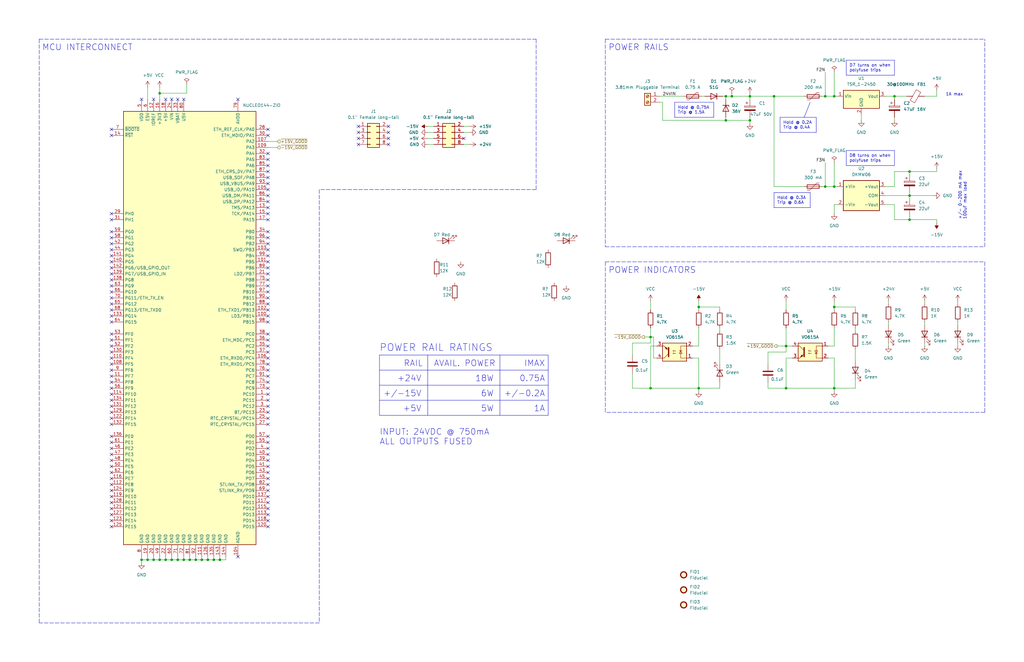
<source format=kicad_sch>
(kicad_sch (version 20211123) (generator eeschema)
  (paper "USLedger")
  (title_block (title "NISoC Readout 1 Power Board") (date "2022-07-27") (rev "1.1") (company "University of Dallas") (comment 1 "Drawn By: Aidan Medcalf"))
  (junction (at 383.54 82.55))
  (junction (at 90.17 236.22))
  (junction (at 308.61 40.64))
  (junction (at 306.07 50.8))
  (junction (at 80.01 236.22))
  (junction (at 59.69 236.22))
  (junction (at 274.32 163.83))
  (junction (at 87.63 236.22))
  (junction (at 77.47 236.22))
  (junction (at 316.23 40.64))
  (junction (at 92.71 236.22))
  (junction (at 294.64 163.83))
  (junction (at 82.55 236.22))
  (junction (at 64.77 236.22))
  (junction (at 351.79 163.83))
  (junction (at 331.47 146.05))
  (junction (at 347.98 40.64))
  (junction (at 351.79 40.64))
  (junction (at 69.85 236.22))
  (junction (at 331.47 163.83))
  (junction (at 85.09 236.22))
  (junction (at 62.23 236.22))
  (junction (at 383.54 92.71))
  (junction (at 351.79 78.74))
  (junction (at 294.64 129.54))
  (junction (at 326.39 40.64))
  (junction (at 383.54 72.39))
  (junction (at 67.31 236.22))
  (junction (at 316.23 50.8))
  (junction (at 74.93 236.22))
  (junction (at 351.79 129.54))
  (junction (at 274.32 142.24))
  (junction (at 347.98 78.74))
  (junction (at 306.07 40.64))
  (junction (at 377.19 40.64))
  (junction (at 72.39 236.22))
  (junction (at 67.31 39.37))
  (no_connect (at 46.99 113.03))
  (no_connect (at 113.03 133.35))
  (no_connect (at 100.33 234.95))
  (no_connect (at 113.03 207.01))
  (no_connect (at 46.99 133.35))
  (no_connect (at 113.03 201.93))
  (no_connect (at 113.03 77.47))
  (no_connect (at 46.99 173.99))
  (no_connect (at 113.03 92.71))
  (no_connect (at 113.03 120.65))
  (no_connect (at 46.99 189.23))
  (no_connect (at 113.03 135.89))
  (no_connect (at 46.99 90.17))
  (no_connect (at 46.99 92.71))
  (no_connect (at 46.99 97.79))
  (no_connect (at 46.99 176.53))
  (no_connect (at 46.99 143.51))
  (no_connect (at 113.03 110.49))
  (no_connect (at 113.03 97.79))
  (no_connect (at 46.99 168.91))
  (no_connect (at 113.03 176.53))
  (no_connect (at 113.03 163.83))
  (no_connect (at 163.83 53.34))
  (no_connect (at 113.03 156.21))
  (no_connect (at 46.99 219.71))
  (no_connect (at 46.99 209.55))
  (no_connect (at 151.13 58.42))
  (no_connect (at 113.03 140.97))
  (no_connect (at 113.03 161.29))
  (no_connect (at 46.99 128.27))
  (no_connect (at 113.03 113.03))
  (no_connect (at 46.99 110.49))
  (no_connect (at 113.03 217.17))
  (no_connect (at 113.03 146.05))
  (no_connect (at 113.03 100.33))
  (no_connect (at 113.03 199.39))
  (no_connect (at 46.99 161.29))
  (no_connect (at 46.99 204.47))
  (no_connect (at 46.99 130.81))
  (no_connect (at 113.03 107.95))
  (no_connect (at 113.03 166.37))
  (no_connect (at 46.99 214.63))
  (no_connect (at 46.99 135.89))
  (no_connect (at 113.03 74.93))
  (no_connect (at 69.85 41.91))
  (no_connect (at 113.03 214.63))
  (no_connect (at 113.03 171.45))
  (no_connect (at 151.13 60.96))
  (no_connect (at 46.99 156.21))
  (no_connect (at 46.99 179.07))
  (no_connect (at 113.03 80.01))
  (no_connect (at 46.99 171.45))
  (no_connect (at 113.03 189.23))
  (no_connect (at 113.03 153.67))
  (no_connect (at 46.99 222.25))
  (no_connect (at 163.83 58.42))
  (no_connect (at 113.03 130.81))
  (no_connect (at 113.03 90.17))
  (no_connect (at 113.03 87.63))
  (no_connect (at 113.03 64.77))
  (no_connect (at 113.03 54.61))
  (no_connect (at 113.03 57.15))
  (no_connect (at 46.99 105.41))
  (no_connect (at 113.03 105.41))
  (no_connect (at 46.99 102.87))
  (no_connect (at 46.99 191.77))
  (no_connect (at 113.03 168.91))
  (no_connect (at 46.99 151.13))
  (no_connect (at 113.03 102.87))
  (no_connect (at 46.99 146.05))
  (no_connect (at 46.99 207.01))
  (no_connect (at 46.99 212.09))
  (no_connect (at 59.69 41.91))
  (no_connect (at 64.77 41.91))
  (no_connect (at 74.93 41.91))
  (no_connect (at 72.39 41.91))
  (no_connect (at 113.03 179.07))
  (no_connect (at 113.03 143.51))
  (no_connect (at 46.99 166.37))
  (no_connect (at 46.99 120.65))
  (no_connect (at 113.03 209.55))
  (no_connect (at 113.03 222.25))
  (no_connect (at 113.03 186.69))
  (no_connect (at 113.03 85.09))
  (no_connect (at 113.03 196.85))
  (no_connect (at 113.03 184.15))
  (no_connect (at 46.99 115.57))
  (no_connect (at 113.03 128.27))
  (no_connect (at 113.03 125.73))
  (no_connect (at 113.03 191.77))
  (no_connect (at 113.03 82.55))
  (no_connect (at 113.03 219.71))
  (no_connect (at 113.03 67.31))
  (no_connect (at 46.99 196.85))
  (no_connect (at 46.99 199.39))
  (no_connect (at 113.03 72.39))
  (no_connect (at 46.99 54.61))
  (no_connect (at 46.99 57.15))
  (no_connect (at 100.33 41.91))
  (no_connect (at 46.99 186.69))
  (no_connect (at 46.99 153.67))
  (no_connect (at 46.99 217.17))
  (no_connect (at 113.03 158.75))
  (no_connect (at 46.99 123.19))
  (no_connect (at 46.99 184.15))
  (no_connect (at 163.83 60.96))
  (no_connect (at 113.03 123.19))
  (no_connect (at 163.83 55.88))
  (no_connect (at 46.99 158.75))
  (no_connect (at 113.03 69.85))
  (no_connect (at 113.03 212.09))
  (no_connect (at 151.13 55.88))
  (no_connect (at 77.47 41.91))
  (no_connect (at 113.03 151.13))
  (no_connect (at 46.99 140.97))
  (no_connect (at 151.13 53.34))
  (no_connect (at 46.99 194.31))
  (no_connect (at 46.99 118.11))
  (no_connect (at 113.03 194.31))
  (no_connect (at 113.03 204.47))
  (no_connect (at 195.58 58.42))
  (no_connect (at 113.03 148.59))
  (no_connect (at 113.03 118.11))
  (no_connect (at 46.99 100.33))
  (no_connect (at 46.99 148.59))
  (no_connect (at 113.03 173.99))
  (no_connect (at 46.99 125.73))
  (no_connect (at 46.99 201.93))
  (no_connect (at 46.99 163.83))
  (no_connect (at 46.99 107.95))
  (no_connect (at 113.03 115.57))
  (wire (pts (xy 195.58 60.96) (xy 198.12 60.96)))
  (wire (pts (xy 383.54 82.55) (xy 383.54 83.82)))
  (polyline (pts (xy 377.19 25.4) (xy 377.19 31.75)) (stroke (width 0) (type solid)))
  (wire (pts (xy 389.89 127) (xy 389.89 128.27)))
  (wire (pts (xy 316.23 40.64) (xy 316.23 39.37)))
  (wire (pts (xy 326.39 78.74) (xy 339.09 78.74)))
  (wire (pts (xy 92.71 234.95) (xy 92.71 236.22)))
  (wire (pts (xy 87.63 236.22) (xy 90.17 236.22)))
  (wire (pts (xy 303.53 161.29) (xy 303.53 163.83)))
  (wire (pts (xy 308.61 39.37) (xy 308.61 40.64)))
  (wire (pts (xy 72.39 234.95) (xy 72.39 236.22)))
  (wire (pts (xy 351.79 86.36) (xy 351.79 90.17)))
  (wire (pts (xy 351.79 40.64) (xy 353.06 40.64)))
  (wire (pts (xy 274.32 138.43) (xy 274.32 142.24)))
  (wire (pts (xy 363.22 48.26) (xy 363.22 50.8)))
  (wire (pts (xy 62.23 36.83) (xy 62.23 41.91)))
  (wire (pts (xy 360.68 129.54) (xy 360.68 130.81)))
  (wire (pts (xy 294.64 151.13) (xy 294.64 163.83)))
  (polyline (pts (xy 16.51 16.51) (xy 16.51 262.89)))
  (polyline (pts (xy 134.62 262.89) (xy 16.51 262.89)))
  (wire (pts (xy 389.89 40.64) (xy 394.97 40.64)))
  (polyline (pts (xy 377.19 69.85) (xy 356.87 69.85)) (stroke (width 0) (type solid)))
  (wire (pts (xy 377.19 78.74) (xy 377.19 72.39)))
  (wire (pts (xy 80.01 234.95) (xy 80.01 236.22)))
  (wire (pts (xy 67.31 39.37) (xy 67.31 41.91)))
  (wire (pts (xy 360.68 147.32) (xy 360.68 152.4)))
  (wire (pts (xy 266.7 163.83) (xy 274.32 163.83)))
  (polyline (pts (xy 16.51 16.51) (xy 226.06 16.51)))
  (wire (pts (xy 360.68 138.43) (xy 360.68 139.7)))
  (wire (pts (xy 403.86 144.78) (xy 403.86 146.05)))
  (polyline (pts (xy 255.27 104.14) (xy 415.29 104.14)))
  (wire (pts (xy 374.65 144.78) (xy 374.65 146.05)))
  (wire (pts (xy 351.79 129.54) (xy 360.68 129.54)))
  (polyline (pts (xy 210.82 149.86) (xy 210.82 175.26)) (stroke (width 0) (type solid)))
  (polyline (pts (xy 344.17 49.53) (xy 344.17 55.88)) (stroke (width 0) (type solid)))
  (wire (pts (xy 394.97 40.64) (xy 394.97 38.1)))
  (wire (pts (xy 403.86 127) (xy 403.86 128.27)))
  (wire (pts (xy 82.55 236.22) (xy 85.09 236.22)))
  (wire (pts (xy 353.06 86.36) (xy 351.79 86.36)))
  (wire (pts (xy 331.47 163.83) (xy 331.47 151.13)))
  (wire (pts (xy 351.79 151.13) (xy 351.79 163.83)))
  (wire (pts (xy 351.79 129.54) (xy 351.79 130.81)))
  (wire (pts (xy 383.54 92.71) (xy 394.97 92.71)))
  (wire (pts (xy 383.54 92.71) (xy 383.54 91.44)))
  (wire (pts (xy 274.32 144.78) (xy 274.32 142.24)))
  (wire (pts (xy 331.47 146.05) (xy 334.01 146.05)))
  (wire (pts (xy 77.47 236.22) (xy 80.01 236.22)))
  (wire (pts (xy 276.86 146.05) (xy 274.32 146.05)))
  (wire (pts (xy 59.69 234.95) (xy 59.69 236.22)))
  (polyline (pts (xy 255.27 110.49) (xy 255.27 173.99)))
  (wire (pts (xy 331.47 138.43) (xy 331.47 146.05)))
  (wire (pts (xy 180.34 60.96) (xy 182.88 60.96)))
  (wire (pts (xy 374.65 127) (xy 374.65 128.27)))
  (polyline (pts (xy 160.02 175.26) (xy 231.14 175.26)) (stroke (width 0) (type solid)))
  (wire (pts (xy 72.39 236.22) (xy 74.93 236.22)))
  (wire (pts (xy 349.25 151.13) (xy 351.79 151.13)))
  (wire (pts (xy 347.98 78.74) (xy 346.71 78.74)))
  (wire (pts (xy 69.85 236.22) (xy 72.39 236.22)))
  (polyline (pts (xy 344.17 55.88) (xy 328.93 55.88)) (stroke (width 0) (type solid)))
  (polyline (pts (xy 300.99 43.18) (xy 300.99 49.53)) (stroke (width 0) (type solid)))
  (wire (pts (xy 346.71 40.64) (xy 347.98 40.64)))
  (wire (pts (xy 374.65 135.89) (xy 374.65 137.16)))
  (wire (pts (xy 67.31 236.22) (xy 69.85 236.22)))
  (wire (pts (xy 351.79 163.83) (xy 351.79 165.1)))
  (wire (pts (xy 303.53 129.54) (xy 303.53 130.81)))
  (wire (pts (xy 349.25 146.05) (xy 351.79 146.05)))
  (polyline (pts (xy 415.29 104.14) (xy 415.29 16.51)))
  (wire (pts (xy 306.07 50.8) (xy 316.23 50.8)))
  (wire (pts (xy 373.38 40.64) (xy 377.19 40.64)))
  (wire (pts (xy 92.71 236.22) (xy 95.25 236.22)))
  (polyline (pts (xy 356.87 25.4) (xy 356.87 31.75)) (stroke (width 0) (type solid)))
  (wire (pts (xy 394.97 72.39) (xy 394.97 71.12)))
  (wire (pts (xy 303.53 138.43) (xy 303.53 139.7)))
  (wire (pts (xy 77.47 234.95) (xy 77.47 236.22)))
  (wire (pts (xy 59.69 236.22) (xy 59.69 237.49)))
  (wire (pts (xy 383.54 72.39) (xy 394.97 72.39)))
  (polyline (pts (xy 231.14 149.86) (xy 231.14 175.26)) (stroke (width 0) (type solid)))
  (wire (pts (xy 323.85 148.59) (xy 331.47 148.59)))
  (wire (pts (xy 377.19 40.64) (xy 382.27 40.64)))
  (wire (pts (xy 195.58 53.34) (xy 198.12 53.34)))
  (wire (pts (xy 377.19 86.36) (xy 377.19 92.71)))
  (wire (pts (xy 195.58 55.88) (xy 198.12 55.88)))
  (wire (pts (xy 82.55 234.95) (xy 82.55 236.22)))
  (wire (pts (xy 294.64 138.43) (xy 294.64 146.05)))
  (wire (pts (xy 373.38 78.74) (xy 377.19 78.74)))
  (wire (pts (xy 274.32 127) (xy 274.32 130.81)))
  (polyline (pts (xy 341.63 81.28) (xy 341.63 87.63)) (stroke (width 0) (type solid)))
  (wire (pts (xy 90.17 234.95) (xy 90.17 236.22)))
  (wire (pts (xy 351.79 78.74) (xy 347.98 78.74)))
  (polyline (pts (xy 160.02 168.91) (xy 231.14 168.91)) (stroke (width 0) (type solid)))
  (polyline (pts (xy 284.48 43.18) (xy 284.48 49.53)) (stroke (width 0) (type solid)))
  (wire (pts (xy 275.59 142.24) (xy 274.32 142.24)))
  (wire (pts (xy 294.64 129.54) (xy 303.53 129.54)))
  (wire (pts (xy 180.34 58.42) (xy 182.88 58.42)))
  (wire (pts (xy 377.19 40.64) (xy 377.19 41.91)))
  (wire (pts (xy 274.32 146.05) (xy 274.32 163.83)))
  (wire (pts (xy 292.1 146.05) (xy 294.64 146.05)))
  (polyline (pts (xy 255.27 16.51) (xy 415.29 16.51)))
  (wire (pts (xy 377.19 72.39) (xy 383.54 72.39)))
  (wire (pts (xy 394.97 92.71) (xy 394.97 93.98)))
  (polyline (pts (xy 180.34 149.86) (xy 180.34 175.26)) (stroke (width 0) (type solid)))
  (wire (pts (xy 113.03 59.69) (xy 116.84 59.69)))
  (polyline (pts (xy 356.87 63.5) (xy 377.19 63.5)) (stroke (width 0) (type solid)))
  (wire (pts (xy 306.07 49.53) (xy 306.07 50.8)))
  (wire (pts (xy 347.98 68.58) (xy 347.98 78.74)))
  (wire (pts (xy 180.34 55.88) (xy 182.88 55.88)))
  (polyline (pts (xy 328.93 49.53) (xy 339.09 49.53)) (stroke (width 0) (type solid)))
  (wire (pts (xy 64.77 236.22) (xy 67.31 236.22)))
  (wire (pts (xy 316.23 40.64) (xy 326.39 40.64)))
  (wire (pts (xy 67.31 234.95) (xy 67.31 236.22)))
  (wire (pts (xy 303.53 147.32) (xy 303.53 153.67)))
  (wire (pts (xy 113.03 62.23) (xy 116.84 62.23)))
  (wire (pts (xy 266.7 157.48) (xy 266.7 163.83)))
  (polyline (pts (xy 377.19 63.5) (xy 377.19 69.85)) (stroke (width 0) (type solid)))
  (wire (pts (xy 306.07 50.8) (xy 279.4 50.8)))
  (wire (pts (xy 323.85 161.29) (xy 323.85 163.83)))
  (polyline (pts (xy 341.63 87.63) (xy 326.39 87.63)) (stroke (width 0) (type solid)))
  (wire (pts (xy 316.23 50.8) (xy 316.23 52.07)))
  (polyline (pts (xy 356.87 25.4) (xy 377.19 25.4)) (stroke (width 0) (type solid)))
  (wire (pts (xy 331.47 148.59) (xy 331.47 146.05)))
  (wire (pts (xy 377.19 92.71) (xy 383.54 92.71)))
  (wire (pts (xy 85.09 234.95) (xy 85.09 236.22)))
  (wire (pts (xy 323.85 163.83) (xy 331.47 163.83)))
  (polyline (pts (xy 134.62 80.01) (xy 134.62 262.89)))
  (wire (pts (xy 326.39 40.64) (xy 339.09 40.64)))
  (wire (pts (xy 275.59 151.13) (xy 275.59 142.24)))
  (polyline (pts (xy 326.39 81.28) (xy 326.39 87.63)) (stroke (width 0) (type solid)))
  (wire (pts (xy 353.06 78.74) (xy 351.79 78.74)))
  (wire (pts (xy 351.79 163.83) (xy 360.68 163.83)))
  (wire (pts (xy 67.31 39.37) (xy 78.74 39.37)))
  (wire (pts (xy 327.66 146.05) (xy 331.47 146.05)))
  (wire (pts (xy 308.61 40.64) (xy 316.23 40.64)))
  (wire (pts (xy 64.77 234.95) (xy 64.77 236.22)))
  (wire (pts (xy 351.79 68.58) (xy 351.79 78.74)))
  (wire (pts (xy 351.79 127) (xy 351.79 129.54)))
  (wire (pts (xy 266.7 149.86) (xy 266.7 144.78)))
  (wire (pts (xy 59.69 236.22) (xy 62.23 236.22)))
  (wire (pts (xy 351.79 30.48) (xy 351.79 40.64)))
  (wire (pts (xy 347.98 40.64) (xy 351.79 40.64)))
  (wire (pts (xy 74.93 234.95) (xy 74.93 236.22)))
  (wire (pts (xy 331.47 151.13) (xy 334.01 151.13)))
  (polyline (pts (xy 255.27 110.49) (xy 415.29 110.49)))
  (polyline (pts (xy 160.02 149.86) (xy 231.14 149.86)) (stroke (width 0) (type solid)))
  (wire (pts (xy 278.13 40.64) (xy 288.29 40.64)))
  (wire (pts (xy 351.79 138.43) (xy 351.79 146.05)))
  (wire (pts (xy 316.23 40.64) (xy 316.23 41.91)))
  (wire (pts (xy 347.98 30.48) (xy 347.98 40.64)))
  (wire (pts (xy 383.54 82.55) (xy 393.7 82.55)))
  (polyline (pts (xy 339.09 49.53) (xy 344.17 49.53)) (stroke (width 0) (type solid)))
  (wire (pts (xy 295.91 40.64) (xy 297.18 40.64)))
  (polyline (pts (xy 226.06 80.01) (xy 134.62 80.01)))
  (wire (pts (xy 294.64 129.54) (xy 294.64 130.81)))
  (polyline (pts (xy 226.06 16.51) (xy 226.06 80.01)))
  (wire (pts (xy 180.34 53.34) (xy 182.88 53.34)))
  (wire (pts (xy 271.78 142.24) (xy 274.32 142.24)))
  (wire (pts (xy 331.47 163.83) (xy 351.79 163.83)))
  (wire (pts (xy 67.31 36.83) (xy 67.31 39.37)))
  (wire (pts (xy 274.32 163.83) (xy 294.64 163.83)))
  (wire (pts (xy 80.01 236.22) (xy 82.55 236.22)))
  (wire (pts (xy 276.86 151.13) (xy 275.59 151.13)))
  (wire (pts (xy 85.09 236.22) (xy 87.63 236.22)))
  (polyline (pts (xy 377.19 31.75) (xy 356.87 31.75)) (stroke (width 0) (type solid)))
  (wire (pts (xy 292.1 151.13) (xy 294.64 151.13)))
  (polyline (pts (xy 356.87 63.5) (xy 356.87 69.85)) (stroke (width 0) (type solid)))
  (wire (pts (xy 360.68 160.02) (xy 360.68 163.83)))
  (wire (pts (xy 294.64 163.83) (xy 294.64 165.1)))
  (wire (pts (xy 373.38 82.55) (xy 383.54 82.55)))
  (wire (pts (xy 389.89 144.78) (xy 389.89 146.05)))
  (wire (pts (xy 403.86 135.89) (xy 403.86 137.16)))
  (wire (pts (xy 306.07 40.64) (xy 306.07 41.91)))
  (wire (pts (xy 389.89 135.89) (xy 389.89 137.16)))
  (wire (pts (xy 306.07 40.64) (xy 308.61 40.64)))
  (polyline (pts (xy 326.39 81.28) (xy 341.63 81.28)) (stroke (width 0) (type solid)))
  (wire (pts (xy 95.25 236.22) (xy 95.25 234.95)))
  (wire (pts (xy 90.17 236.22) (xy 92.71 236.22)))
  (polyline (pts (xy 415.29 110.49) (xy 415.29 173.99)))
  (wire (pts (xy 62.23 236.22) (xy 64.77 236.22)))
  (wire (pts (xy 323.85 153.67) (xy 323.85 148.59)))
  (polyline (pts (xy 415.29 173.99) (xy 255.27 173.99)))
  (wire (pts (xy 87.63 234.95) (xy 87.63 236.22)))
  (polyline (pts (xy 328.93 55.88) (xy 328.93 49.53)) (stroke (width 0) (type solid)))
  (polyline (pts (xy 160.02 149.86) (xy 160.02 175.26)) (stroke (width 0) (type solid)))
  (wire (pts (xy 331.47 127) (xy 331.47 130.81)))
  (wire (pts (xy 278.13 43.18) (xy 279.4 43.18)))
  (wire (pts (xy 279.4 43.18) (xy 279.4 50.8)))
  (wire (pts (xy 62.23 236.22) (xy 62.23 234.95)))
  (polyline (pts (xy 284.48 43.18) (xy 300.99 43.18)) (stroke (width 0) (type solid)))
  (wire (pts (xy 373.38 86.36) (xy 377.19 86.36)))
  (wire (pts (xy 326.39 40.64) (xy 326.39 78.74)))
  (wire (pts (xy 294.64 163.83) (xy 303.53 163.83)))
  (wire (pts (xy 377.19 49.53) (xy 377.19 50.8)))
  (wire (pts (xy 266.7 144.78) (xy 274.32 144.78)))
  (wire (pts (xy 74.93 236.22) (xy 77.47 236.22)))
  (wire (pts (xy 383.54 72.39) (xy 383.54 73.66)))
  (wire (pts (xy 294.64 127) (xy 294.64 129.54)))
  (polyline (pts (xy 341.63 43.18) (xy 339.09 49.53)) (stroke (width 0) (type solid)))
  (wire (pts (xy 383.54 82.55) (xy 383.54 81.28)))
  (polyline (pts (xy 160.02 156.21) (xy 231.14 156.21)) (stroke (width 0) (type solid)))
  (polyline (pts (xy 255.27 16.51) (xy 255.27 104.14)))
  (wire (pts (xy 78.74 39.37) (xy 78.74 35.56)))
  (polyline (pts (xy 160.02 162.56) (xy 231.14 162.56)) (stroke (width 0) (type solid)))
  (wire (pts (xy 69.85 234.95) (xy 69.85 236.22)))
  (wire (pts (xy 316.23 49.53) (xy 316.23 50.8)))
  (polyline (pts (xy 300.99 49.53) (xy 284.48 49.53)) (stroke (width 0) (type solid)))
  (wire (pts (xy 304.8 40.64) (xy 306.07 40.64)))
  (text "+/- 0-200 mA max\n100uF max load" (at 407.67 92.71 90) (effects (font (size 1.27 1.27)) (justify left bottom)))
  (text "MCU INTERCONNECT" (at 17.78 21.59 0) (effects (font (size 2.54 2.54)) (justify left bottom)))
  (text "+24V" (at 177.8 161.29 180) (effects (font (size 2.54 2.54)) (justify right bottom)))
  (text "18W" (at 208.28 161.29 180) (effects (font (size 2.54 2.54)) (justify right bottom)))
  (text "D7 turns on when\npolyfuse trips" (at 358.14 30.48 0) (effects (font (size 1.27 1.27)) (justify left bottom)))
  (text "+/-15V" (at 177.8 167.64 180) (effects (font (size 2.54 2.54)) (justify right bottom)))
  (text "POWER RAIL RATINGS" (at 160.02 148.59 0) (effects (font (size 3 3)) (justify left bottom)))
  (text "POWER RAILS" (at 256.54 21.59 0) (effects (font (size 2.54 2.54)) (justify left bottom)))
  (text "6W" (at 208.28 167.64 180) (effects (font (size 2.54 2.54)) (justify right bottom)))
  (text "D8 turns on when\npolyfuse trips" (at 358.14 68.58 0) (effects (font (size 1.27 1.27)) (justify left bottom)))
  (text "+5V" (at 177.8 173.99 180) (effects (font (size 2.54 2.54)) (justify right bottom)))
  (text "0.75A" (at 229.87 161.29 180) (effects (font (size 2.54 2.54)) (justify right bottom)))
  (text "1A" (at 229.87 173.99 180) (effects (font (size 2.54 2.54)) (justify right bottom)))
  (text "+/-0.2A" (at 229.87 167.64 180) (effects (font (size 2.54 2.54)) (justify right bottom)))
  (text "RAIL" (at 170.18 154.94 0) (effects (font (size 2.54 2.54)) (justify left bottom)))
  (text "1A max" (at 398.78 40.64 0) (effects (font (size 1.27 1.27)) (justify left bottom)))
  (text "IMAX" (at 220.98 154.94 0) (effects (font (size 2.54 2.54)) (justify left bottom)))
  (text "INPUT: 24VDC @ 750mA\nALL OUTPUTS FUSED" (at 160.02 187.96 0) (effects (font (size 2.54 2.54)) (justify left bottom)))
  (text "Hold @ 0.3A\nTrip @ 0.6A" (at 327.66 86.36 0) (effects (font (size 1.27 1.27)) (justify left bottom)))
  (text "Hold @ 0.2A\nTrip @ 0.4A" (at 330.2 54.61 0) (effects (font (size 1.27 1.27)) (justify left bottom)))
  (text "POWER INDICATORS" (at 256.54 115.57 0) (effects (font (size 2.54 2.54)) (justify left bottom)))
  (text "Hold @ 0.75A\nTrip @ 1.5A" (at 285.75 48.26 0) (effects (font (size 1.27 1.27)) (justify left bottom)))
  (text "5W" (at 208.28 173.99 180) (effects (font (size 2.54 2.54)) (justify right bottom)))
  (text "AVAIL. POWER" (at 182.88 154.94 0) (effects (font (size 2.54 2.54)) (justify left bottom)))
  (label "24VIN" (at 279.4 40.64 0))
  (label "F2N" (at 347.98 30.48 180))
  (label "F3N" (at 347.98 68.58 180))
  (hierarchical_label "~{-15V_GOOD}" (shape input) (at 116.84 62.23 0))
  (hierarchical_label "~{-15V_GOOD}" (shape output) (at 271.78 142.24 180))
  (hierarchical_label "~{+15V_GOOD}" (shape input) (at 116.84 59.69 0))
  (hierarchical_label "~{+15V_GOOD}" (shape output) (at 327.66 146.05 180))
  (symbol (lib_id "Device:C_Polarized") (at 377.19 45.72 0) (unit 1)
    (property "Reference" "C2" (at 381 43.5609 0) (effects (justify left)))
    (property "Value" "47uF 16V" (at 381 46.1009 0) (effects (justify left)))
    (property "Footprint" "Capacitor_SMD:CP_Elec_5x5.3" (effects hide))
  )
  (symbol (lib_id "NISoC-Socket:DKMW06") (at 363.22 82.55 0) (unit 1)
    (property "Reference" "U2" (at 363.22 71.12 0))
    (property "Value" "DKMW06" (at 363.22 73.66 0))
    (property "Footprint" "NISoC-Socket:Converter_DCDC_Meanwell_DKMW06" (effects hide))
    (property "Datasheet" "https://www.meanwell.com/webapp/product/search.aspx?prod=DKMW06#1" (effects hide))
    (property "MFG 1" "Mean Well" (effects hide))
    (property "MPN 1" "DKMW06F-15" (effects hide))
  )
  (symbol (lib_id "power:+15V") (at 351.79 127 0) (unit 1)
    (property "Reference" "#PWR024" (effects hide))
    (property "Value" "+15V" (at 351.79 121.92 0))
  )
  (symbol (lib_id "power:VCC") (at 331.47 127 0) (unit 1)
    (property "Reference" "#PWR023" (effects hide))
    (property "Value" "VCC" (at 331.47 121.92 0))
  )
  (symbol (lib_id "Regulator_Switching:TSR_1-2450") (at 363.22 43.18 0) (unit 1)
    (property "Reference" "U1" (at 363.22 33.02 0))
    (property "Value" "TSR_1-2450" (at 363.22 35.56 0))
    (property "Footprint" "Converter_DCDC:Converter_DCDC_TRACO_TSR-1_THT" (effects hide))
    (property "Datasheet" "http://www.tracopower.com/products/tsr1.pdf" (effects hide))
    (property "MFG 1" "TRACO" (effects hide))
    (property "MPN 1" "TSR 1-2450" (effects hide))
  )
  (symbol (lib_id "Device:LED") (at 360.68 156.21 90) (unit 1)
    (property "Reference" "D4" (at 364.49 156.5274 90) (effects (justify right)))
    (property "Value" "Green" (at 364.49 159.0674 90) (effects (justify right)))
    (property "Footprint" "LED_SMD:LED_0805_2012Metric" (effects hide))
    (property "Manufacturer" "Kingbright" (effects hide))
    (property "MPN" "APT2012LZGCK" (effects hide))
  )
  (symbol (lib_id "power:GND") (at 363.22 50.8 0) (unit 1)
    (property "Reference" "#PWR05" (effects hide))
    (property "Value" "GND" (at 363.22 55.88 0))
  )
  (symbol (lib_id "Device:R") (at 294.64 134.62 180) (unit 1)
    (property "Reference" "R2" (at 297.18 133.3499 0) (effects (justify right)))
    (property "Value" "4.7K" (at 297.18 135.8899 0) (effects (justify right)))
    (property "Footprint" "Resistor_SMD:R_0805_2012Metric" (effects hide))
  )
  (symbol (lib_id "power:GND") (at 393.7 82.55 90) (unit 1)
    (property "Reference" "#PWR09" (effects hide))
    (property "Value" "GND" (at 397.51 82.5499 90) (effects (justify right)))
  )
  (symbol (lib_id "power:VCC") (at 67.31 36.83 0) (unit 1)
    (property "Reference" "#PWR032" (effects hide))
    (property "Value" "VCC" (at 67.31 31.75 0))
  )
  (symbol (lib_id "power:GND") (at 198.12 55.88 90) (unit 1)
    (property "Reference" "#PWR017" (effects hide))
    (property "Value" "GND" (at 201.93 55.8799 90) (effects (justify right)))
  )
  (symbol (lib_id "power:+24V") (at 316.23 39.37 0) (unit 1)
    (property "Reference" "#PWR02" (effects hide))
    (property "Value" "+24V" (at 316.23 34.29 0))
  )
  (symbol (lib_id "Device:C_Polarized") (at 316.23 45.72 0) (unit 1)
    (property "Reference" "C1" (at 320.04 43.5609 0) (effects (justify left)))
    (property "Value" "47uF 50V" (at 316.23 48.26 0) (effects (justify left)))
    (property "Footprint" "Capacitor_SMD:CP_Elec_6.3x7.7" (effects hide))
  )
  (symbol (lib_id "power:PWR_FLAG") (at 351.79 68.58 0) (unit 1)
    (property "Reference" "#FLG0101" (effects hide))
    (property "Value" "PWR_FLAG" (at 351.79 63.5 0))
  )
  (symbol (lib_id "Device:C") (at 323.85 157.48 0) (unit 1)
    (property "Reference" "C6" (at 327.66 156.2099 0) (effects (justify left)))
    (property "Value" "0.1uF" (at 325.12 160.02 0) (effects (justify left)))
    (property "Footprint" "Capacitor_SMD:C_0805_2012Metric" (effects hide))
  )
  (symbol (lib_id "power:GND") (at 294.64 165.1 0) (unit 1)
    (property "Reference" "#PWR021" (effects hide))
    (property "Value" "GND" (at 294.64 170.18 0))
  )
  (symbol (lib_id "power:GND") (at 389.89 146.05 0) (unit 1)
    (property "Reference" "#PWR030" (effects hide))
    (property "Value" "GND" (at 389.89 151.13 0))
  )
  (symbol (lib_id "Device:R") (at 303.53 143.51 0) (unit 1)
    (property "Reference" "R3" (at 306.07 142.2399 0) (effects (justify left)))
    (property "Value" "1.5K" (at 306.07 144.7799 0) (effects (justify left)))
    (property "Footprint" "Resistor_SMD:R_0805_2012Metric" (effects hide))
  )
  (symbol (lib_id "Device:R") (at 351.79 134.62 180) (unit 1)
    (property "Reference" "R6" (at 354.33 133.3499 0) (effects (justify right)))
    (property "Value" "4.7K" (at 354.33 135.8899 0) (effects (justify right)))
    (property "Footprint" "Resistor_SMD:R_0805_2012Metric" (effects hide))
  )
  (symbol (lib_id "power:+15V") (at 198.12 53.34 270) (unit 1)
    (property "Reference" "#PWR016" (effects hide))
    (property "Value" "+15V" (at 201.93 53.3399 90) (effects (justify left)))
  )
  (symbol (lib_id "power:+24V") (at 374.65 127 0) (unit 1)
    (property "Reference" "#PWR027" (effects hide))
    (property "Value" "+24V" (at 374.65 121.92 0))
  )
  (symbol (lib_id "power:VCC") (at 403.86 127 0) (unit 1)
    (property "Reference" "#PWR026" (effects hide))
    (property "Value" "VCC" (at 403.86 121.92 0))
  )
  (symbol (lib_id "power:GND") (at 316.23 52.07 0) (unit 1)
    (property "Reference" "#PWR03" (effects hide))
    (property "Value" "GND" (at 316.23 57.15 0))
  )
  (symbol (lib_id "Connector_Generic:Conn_02x04_Odd_Even") (at 187.96 55.88 0) (unit 1)
    (property "Reference" "J2" (at 189.23 46.99 0))
    (property "Value" "0.1\" Female long-tail" (at 189.23 49.53 0))
    (property "Footprint" "Connector_PinHeader_2.54mm:PinHeader_2x04_P2.54mm_Vertical" (effects hide))
    (property "MFG 1" "Mill-Max" (effects hide))
    (property "MPN 1" "411-XX-2XX-41-001000" (effects hide))
  )
  (symbol (lib_id "Device:Polyfuse") (at 342.9 40.64 90) (unit 1)
    (property "Reference" "F2" (at 342.9 34.29 90))
    (property "Value" "200 mA" (at 342.9 36.83 90))
    (property "Footprint" "Fuse:Fuse_1206_3216Metric" (effects hide))
  )
  (symbol (lib_id "Device:R") (at 360.68 143.51 0) (unit 1)
    (property "Reference" "R7" (at 363.22 142.2399 0) (effects (justify left)))
    (property "Value" "1.5K" (at 363.22 144.7799 0) (effects (justify left)))
    (property "Footprint" "Resistor_SMD:R_0805_2012Metric" (effects hide))
  )
  (symbol (lib_id "Device:R") (at 360.68 134.62 0) (unit 1)
    (property "Reference" "R8" (at 363.22 133.3499 0) (effects (justify left)))
    (property "Value" "4.7K" (at 363.22 135.8899 0) (effects (justify left)))
    (property "Footprint" "Resistor_SMD:R_0805_2012Metric" (effects hide))
  )
  (symbol (lib_id "power:GND") (at 59.69 237.49 0) (unit 1)
    (property "Reference" "#PWR01" (effects hide))
    (property "Value" "GND" (at 59.69 242.57 0))
  )
  (symbol (lib_id "Connector:Screw_Terminal_01x02") (at 273.05 40.64 0) (mirror y) (unit 1)
    (property "Reference" "J3" (at 273.05 34.29 0))
    (property "Value" "3.81mm Pluggable Terminal" (at 273.05 36.83 0))
    (property "Footprint" "Connector_Phoenix_MC:PhoenixContact_MC_1,5_2-G-3.5_1x02_P3.50mm_Horizontal" (effects hide))
    (property "MFG 1" "CUI" (effects hide))
    (property "MPN 1" "TBP03R1-350-02BE" (effects hide))
  )
  (symbol (lib_id "power:GND") (at 374.65 146.05 0) (unit 1)
    (property "Reference" "#PWR028" (effects hide))
    (property "Value" "GND" (at 374.65 151.13 0))
  )
  (symbol (lib_id "Device:C_Polarized") (at 383.54 87.63 0) (unit 1)
    (property "Reference" "C4" (at 387.35 85.4709 0) (effects (justify left)))
    (property "Value" "22uF" (at 387.35 88.0109 0) (effects (justify left)))
    (property "Footprint" "Capacitor_SMD:CP_Elec_5x5.3" (effects hide))
  )
  (symbol (lib_id "Device:D") (at 300.99 40.64 180) (unit 1)
    (property "Reference" "D1" (at 300.99 34.29 0))
    (property "Value" "S1G" (at 300.99 36.83 0))
    (property "Footprint" "Diode_SMD:D_SMA" (effects hide))
  )
  (symbol (lib_id "power:PWR_FLAG") (at 308.61 39.37 0) (unit 1)
    (property "Reference" "#FLG02" (effects hide))
    (property "Value" "PWR_FLAG" (at 308.61 34.29 0))
  )
  (symbol (lib_id "power:GND") (at 180.34 55.88 270) (unit 1)
    (property "Reference" "#PWR013" (effects hide))
    (property "Value" "GND" (at 176.53 55.8799 90) (effects (justify right)))
  )
  (symbol (lib_id "power:GND") (at 194.31 110.49 0) (unit 1)
    (property "Reference" "#PWR022" (effects hide))
    (property "Value" "GND" (at 194.31 115.57 0))
  )
  (symbol (lib_id "Mechanical:Fiducial") (at 288.29 248.92 0) (unit 1)
    (property "Reference" "FID2" (at 290.83 247.6499 0) (effects (justify left)))
    (property "Value" "Fiducial" (at 290.83 250.1899 0) (effects (justify left)))
    (property "Footprint" "Fiducial:Fiducial_0.5mm_Mask1mm" (effects hide))
  )
  (symbol (lib_id "power:GND") (at 351.79 165.1 0) (unit 1)
    (property "Reference" "#PWR025" (effects hide))
    (property "Value" "GND" (at 351.79 170.18 0))
  )
  (symbol (lib_id "power:GND") (at 377.19 50.8 0) (unit 1)
    (property "Reference" "#PWR06" (effects hide))
    (property "Value" "GND" (at 377.19 55.88 0))
  )
  (symbol (lib_id "NISoC-Socket:NUCLEO144-ZIO") (at 80.01 138.43 0) (unit 1)
    (property "Reference" "X1" (effects hide))
    (property "Value" "NUCLEO144-ZIO" (at 102.3494 44.45 0) (effects (justify left)))
    (property "Footprint" "NISoC-Socket:ST_Morpho_Connector_144_STLink_MountingHoles" (effects hide))
  )
  (symbol (lib_id "Device:LED") (at 303.53 157.48 270) (unit 1)
    (property "Reference" "D3" (at 306.07 154.6224 90) (effects (justify left)))
    (property "Value" "Green" (at 306.07 157.1624 90) (effects (justify left)))
    (property "Footprint" "LED_SMD:LED_0805_2012Metric" (effects hide))
    (property "Manufacturer" "Kingbright" (effects hide))
    (property "MPN" "APT2012LZGCK" (effects hide))
  )
  (symbol (lib_id "Device:R") (at 231.14 109.22 0) (unit 1)
    (property "Reference" "R?" (at 226.06 107.95 0) (effects (justify left)))
    (property "Value" "12K" (at 226.06 110.49 0) (effects (justify left)))
    (property "Footprint" "Resistor_SMD:R_0805_2012Metric" (effects hide))
  )
  (symbol (lib_id "Device:R") (at 233.68 123.19 0) (unit 1)
    (property "Reference" "R?" (at 228.6 121.92 0) (effects (justify left)))
    (property "Value" "12K" (at 228.6 124.46 0) (effects (justify left)))
    (property "Footprint" "Resistor_SMD:R_0805_2012Metric" (effects hide))
  )
  (symbol (lib_id "power:GND") (at 238.76 120.65 0) (unit 1)
    (property "Reference" "#PWR04" (effects hide))
    (property "Value" "GND" (at 238.76 125.73 0))
  )
  (symbol (lib_id "Mechanical:Fiducial") (at 288.29 242.57 0) (unit 1)
    (property "Reference" "FID1" (at 290.83 241.2999 0) (effects (justify left)))
    (property "Value" "Fiducial" (at 290.83 243.8399 0) (effects (justify left)))
    (property "Footprint" "Fiducial:Fiducial_0.5mm_Mask1mm" (effects hide))
  )
  (symbol (lib_id "Device:R") (at 191.77 123.19 0) (unit 1)
    (property "Reference" "R12" (at 186.69 121.92 0) (effects (justify left)))
    (property "Value" "12K" (at 186.69 124.46 0) (effects (justify left)))
    (property "Footprint" "Resistor_SMD:R_0805_2012Metric" (effects hide))
  )
  (symbol (lib_id "Device:LED") (at 187.96 101.6 180) (unit 1)
    (property "Reference" "D7" (at 184.15 99.06 0))
    (property "Value" "Red" (at 187.96 99.06 0))
    (property "Footprint" "LED_SMD:LED_0805_2012Metric" (effects hide))
    (property "MPN" "APT2012LSECK/J3-PRV" (effects hide))
    (property "Manufacturer" "Kingbright" (effects hide))
  )
  (symbol (lib_id "power:-15V") (at 394.97 93.98 180) (unit 1)
    (property "Reference" "#PWR010" (effects hide))
    (property "Value" "-15V" (at 394.97 99.06 0))
  )
  (symbol (lib_id "Isolator:VO615A") (at 284.48 148.59 180) (unit 1)
    (property "Reference" "U3" (at 284.48 139.7 0))
    (property "Value" "VO615A" (at 284.48 142.24 0))
    (property "Footprint" "Package_DIP:DIP-4_W7.62mm_LongPads" (effects hide))
    (property "Datasheet" "http://www.vishay.com/docs/81753/vo615a.pdf" (effects hide))
    (property "MFG 1" "Vishay" (effects hide))
    (property "MPN 1" "VO615A" (effects hide))
  )
  (symbol (lib_id "Device:R") (at 374.65 132.08 0) (unit 1)
    (property "Reference" "R9" (at 377.19 130.8099 0) (effects (justify left)))
    (property "Value" "4.7K" (at 377.19 133.3499 0) (effects (justify left)))
    (property "Footprint" "Resistor_SMD:R_0805_2012Metric" (effects hide))
  )
  (symbol (lib_id "power:GND") (at 180.34 60.96 270) (unit 1)
    (property "Reference" "#PWR015" (effects hide))
    (property "Value" "GND" (at 172.72 60.96 90) (effects (justify left)))
  )
  (symbol (lib_id "Isolator:VO615A") (at 341.63 148.59 0) (mirror y) (unit 1)
    (property "Reference" "U4" (at 341.63 139.7 0))
    (property "Value" "VO615A" (at 341.63 142.24 0))
    (property "Footprint" "Package_DIP:DIP-4_W7.62mm_LongPads" (effects hide))
    (property "Datasheet" "http://www.vishay.com/docs/81753/vo615a.pdf" (effects hide))
    (property "MFG 1" "Vishay" (effects hide))
    (property "MPN 1" "VO615A" (effects hide))
  )
  (symbol (lib_id "Device:R") (at 331.47 134.62 0) (unit 1)
    (property "Reference" "R5" (at 334.01 133.3499 0) (effects (justify left)))
    (property "Value" "4.7K" (at 334.01 135.8899 0) (effects (justify left)))
    (property "Footprint" "Resistor_SMD:R_0805_2012Metric" (effects hide))
  )
  (symbol (lib_id "Device:LED") (at 238.76 101.6 180) (unit 1)
    (property "Reference" "D8" (at 234.95 99.06 0))
    (property "Value" "Red" (at 238.76 99.06 0))
    (property "Footprint" "LED_SMD:LED_0805_2012Metric" (effects hide))
    (property "MPN" "APT2012LSECK/J3-PRV" (effects hide))
    (property "Manufacturer" "Kingbright" (effects hide))
  )
  (symbol (lib_id "Device:D_Zener") (at 306.07 45.72 270) (unit 1)
    (property "Reference" "D2" (at 308.61 44.4499 90) (effects (justify left)))
    (property "Value" "36V" (at 308.61 46.9899 90) (effects (justify left)))
    (property "Footprint" "Diode_SMD:D_SOD-323" (effects hide))
  )
  (symbol (lib_id "Device:LED") (at 403.86 140.97 90) (unit 1)
    (property "Reference" "D9" (at 407.67 141.2874 90) (effects (justify right)))
    (property "Value" "Green" (at 407.67 143.8274 90) (effects (justify right)))
    (property "Footprint" "LED_SMD:LED_0805_2012Metric" (effects hide))
    (property "MPN" "APT2012LZGCK" (effects hide))
    (property "Manufacturer" "Kingbright" (effects hide))
  )
  (symbol (lib_id "power:+5V") (at 180.34 58.42 90) (unit 1)
    (property "Reference" "#PWR014" (effects hide))
    (property "Value" "+5V" (at 176.53 58.4199 90) (effects (justify left)))
  )
  (symbol (lib_id "Device:C") (at 266.7 153.67 0) (unit 1)
    (property "Reference" "C5" (at 270.51 152.3999 0) (effects (justify left)))
    (property "Value" "0.1uF" (at 267.97 156.21 0) (effects (justify left)))
    (property "Footprint" "Capacitor_SMD:C_0805_2012Metric" (effects hide))
  )
  (symbol (lib_id "Device:R") (at 184.15 113.03 0) (mirror y) (unit 1)
    (property "Reference" "R11" (at 189.23 111.76 0) (effects (justify left)))
    (property "Value" "12K" (at 189.23 114.3 0) (effects (justify left)))
    (property "Footprint" "Resistor_SMD:R_0805_2012Metric" (effects hide))
  )
  (symbol (lib_id "Mechanical:Fiducial") (at 288.29 255.27 0) (unit 1)
    (property "Reference" "FID3" (at 290.83 253.9999 0) (effects (justify left)))
    (property "Value" "Fiducial" (at 290.83 256.5399 0) (effects (justify left)))
    (property "Footprint" "Fiducial:Fiducial_0.5mm_Mask1mm" (effects hide))
  )
  (symbol (lib_id "Device:R") (at 303.53 134.62 0) (unit 1)
    (property "Reference" "R4" (at 306.07 133.3499 0) (effects (justify left)))
    (property "Value" "4.7K" (at 306.07 135.8899 0) (effects (justify left)))
    (property "Footprint" "Resistor_SMD:R_0805_2012Metric" (effects hide))
  )
  (symbol (lib_id "Device:Polyfuse") (at 292.1 40.64 90) (unit 1)
    (property "Reference" "F1" (at 292.1 34.29 90))
    (property "Value" "0.75 A" (at 292.1 36.83 90))
    (property "Footprint" "Fuse:Fuse_2920_7451Metric" (effects hide))
  )
  (symbol (lib_id "power:PWR_FLAG") (at 351.79 30.48 0) (unit 1)
    (property "Reference" "#FLG01" (effects hide))
    (property "Value" "PWR_FLAG" (at 351.79 25.4 0))
  )
  (symbol (lib_id "Connector_Generic:Conn_02x04_Odd_Even") (at 156.21 55.88 0) (unit 1)
    (property "Reference" "J1" (at 157.48 46.99 0))
    (property "Value" "0.1\" Female long-tail" (at 157.48 49.53 0))
    (property "Footprint" "Connector_PinHeader_2.54mm:PinHeader_2x04_P2.54mm_Vertical" (effects hide))
    (property "MFG 1" "Mill-Max" (effects hide))
    (property "MPN 1" "411-XX-2XX-41-001000" (effects hide))
  )
  (symbol (lib_id "power:GND") (at 403.86 146.05 0) (unit 1)
    (property "Reference" "#PWR031" (effects hide))
    (property "Value" "GND" (at 403.86 151.13 0))
  )
  (symbol (lib_id "power:+15V") (at 394.97 71.12 0) (unit 1)
    (property "Reference" "#PWR08" (effects hide))
    (property "Value" "+15V" (at 394.97 66.04 0))
  )
  (symbol (lib_id "power:VCC") (at 274.32 127 0) (unit 1)
    (property "Reference" "#PWR019" (effects hide))
    (property "Value" "VCC" (at 274.32 121.92 0))
  )
  (symbol (lib_id "Device:FerriteBead") (at 386.08 40.64 90) (unit 1)
    (property "Reference" "FB1" (at 388.62 35.56 90))
    (property "Value" "30@100MHz" (at 379.73 35.56 90))
    (property "Footprint" "Inductor_SMD:L_0805_2012Metric" (effects hide))
  )
  (symbol (lib_id "power:+24V") (at 198.12 60.96 270) (unit 1)
    (property "Reference" "#PWR018" (effects hide))
    (property "Value" "+24V" (at 201.93 60.9599 90) (effects (justify left)))
  )
  (symbol (lib_id "power:+5V") (at 62.23 36.83 0) (unit 1)
    (property "Reference" "#PWR011" (effects hide))
    (property "Value" "+5V" (at 62.23 31.75 0))
  )
  (symbol (lib_id "Device:R") (at 274.32 134.62 0) (unit 1)
    (property "Reference" "R1" (at 276.86 133.3499 0) (effects (justify left)))
    (property "Value" "4.7K" (at 276.86 135.8899 0) (effects (justify left)))
    (property "Footprint" "Resistor_SMD:R_0805_2012Metric" (effects hide))
  )
  (symbol (lib_id "power:-15V") (at 294.64 127 0) (unit 1)
    (property "Reference" "#PWR020" (effects hide))
    (property "Value" "-15V" (at 294.64 121.92 0))
  )
  (symbol (lib_id "power:GND") (at 351.79 90.17 0) (unit 1)
    (property "Reference" "#PWR?" (effects hide))
    (property "Value" "GND" (at 351.79 95.25 0))
  )
  (symbol (lib_id "power:PWR_FLAG") (at 78.74 35.56 0) (unit 1)
    (property "Reference" "#FLG03" (effects hide))
    (property "Value" "PWR_FLAG" (at 78.74 30.48 0))
  )
  (symbol (lib_id "Device:LED") (at 374.65 140.97 90) (unit 1)
    (property "Reference" "D5" (at 378.46 141.2874 90) (effects (justify right)))
    (property "Value" "Green" (at 378.46 143.8274 90) (effects (justify right)))
    (property "Footprint" "LED_SMD:LED_0805_2012Metric" (effects hide))
    (property "Manufacturer" "Kingbright" (effects hide))
    (property "MPN" "APT2012LZGCK" (effects hide))
  )
  (symbol (lib_id "Device:LED") (at 389.89 140.97 90) (unit 1)
    (property "Reference" "D6" (at 393.7 141.2874 90) (effects (justify right)))
    (property "Value" "Green" (at 393.7 143.8274 90) (effects (justify right)))
    (property "Footprint" "LED_SMD:LED_0805_2012Metric" (effects hide))
    (property "MPN" "APT2012LZGCK" (effects hide))
    (property "Manufacturer" "Kingbright" (effects hide))
  )
  (symbol (lib_id "power:+5V") (at 394.97 38.1 0) (unit 1)
    (property "Reference" "#PWR07" (effects hide))
    (property "Value" "+5V" (at 394.97 33.02 0))
  )
  (symbol (lib_id "power:+5V") (at 389.89 127 0) (unit 1)
    (property "Reference" "#PWR029" (effects hide))
    (property "Value" "+5V" (at 389.89 121.92 0))
  )
  (symbol (lib_id "Device:Polyfuse") (at 342.9 78.74 90) (unit 1)
    (property "Reference" "F3" (at 342.9 72.39 90))
    (property "Value" "300 mA" (at 342.9 74.93 90))
    (property "Footprint" "Fuse:Fuse_1812_4532Metric" (effects hide))
    (property "Datasheet" "https://belfuse.com/resources/datasheets/circuitprotection/ds-cp-0zcg-series.pdf" (effects hide))
    (property "MFG 1" "Bel Fuse" (effects hide))
    (property "MPN 1" "0ZCG0030FF2C" (effects hide))
  )
  (symbol (lib_id "power:-15V") (at 180.34 53.34 90) (unit 1)
    (property "Reference" "#PWR012" (effects hide))
    (property "Value" "-15V" (at 176.53 53.3399 90) (effects (justify left)))
  )
  (symbol (lib_id "Device:R") (at 403.86 132.08 0) (unit 1)
    (property "Reference" "R13" (at 406.4 130.8099 0) (effects (justify left)))
    (property "Value" "1K" (at 406.4 133.3499 0) (effects (justify left)))
    (property "Footprint" "Resistor_SMD:R_0805_2012Metric" (effects hide))
  )
  (symbol (lib_id "Device:R") (at 389.89 132.08 0) (unit 1)
    (property "Reference" "R10" (at 392.43 130.8099 0) (effects (justify left)))
    (property "Value" "1K" (at 392.43 133.3499 0) (effects (justify left)))
    (property "Footprint" "Resistor_SMD:R_0805_2012Metric" (effects hide))
  )
  (symbol (lib_id "Device:C_Polarized") (at 383.54 77.47 0) (unit 1)
    (property "Reference" "C3" (at 387.35 75.3109 0) (effects (justify left)))
    (property "Value" "22uF" (at 387.35 77.8509 0) (effects (justify left)))
    (property "Footprint" "Capacitor_SMD:CP_Elec_5x5.3" (effects hide))
  )
)
</source>
